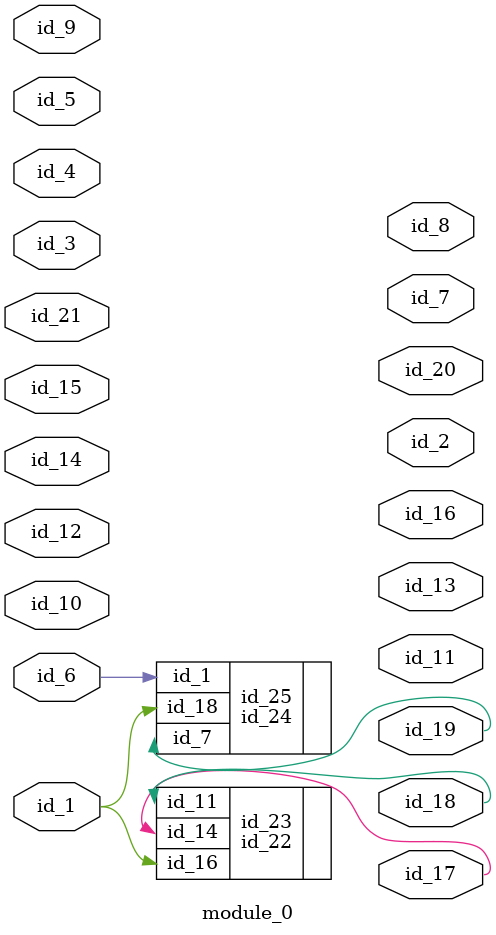
<source format=v>
module module_0 (
    id_1,
    id_2,
    id_3,
    id_4,
    id_5,
    id_6,
    id_7,
    id_8,
    id_9,
    id_10,
    id_11,
    id_12,
    id_13,
    id_14,
    id_15,
    id_16,
    id_17,
    id_18,
    id_19,
    id_20,
    id_21
);
  input id_21;
  output id_20;
  output id_19;
  output id_18;
  output id_17;
  output id_16;
  input id_15;
  input id_14;
  output id_13;
  input id_12;
  output id_11;
  input id_10;
  input id_9;
  output id_8;
  output id_7;
  input id_6;
  input id_5;
  input id_4;
  input id_3;
  output id_2;
  input id_1;
  id_22 id_23 (
      .id_14(id_17),
      .id_11(id_18),
      .id_16(id_1)
  );
  id_24 id_25 (
      .id_7 (id_19),
      .id_1 (id_2),
      .id_18(1),
      .id_1 (id_6),
      .id_18(id_1)
  );
  id_26 id_27 (
      .id_8(1),
      .id_5(id_14)
  );
endmodule

</source>
